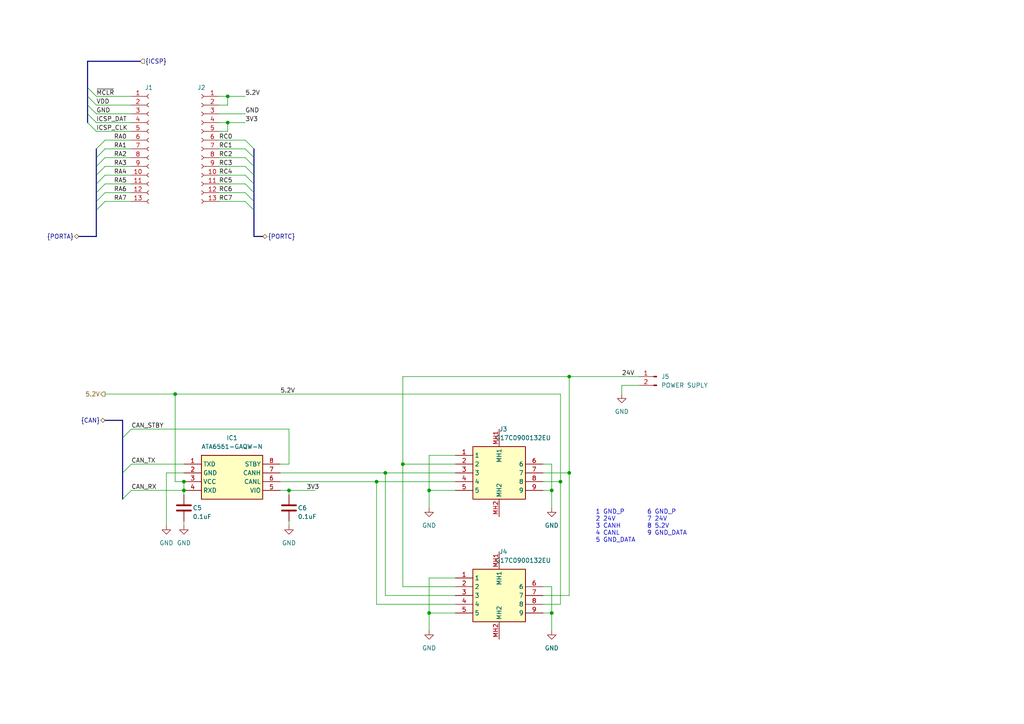
<source format=kicad_sch>
(kicad_sch (version 20230121) (generator eeschema)
  (paper "A4")
  (lib_symbols
    (symbol "ATA6561-GAQW-N:ATA6561-GAQW-N"
      (property "Reference" "IC" (at 24.13 7.62 0))
      (property "Value" "ATA6561-GAQW-N" (at 24.13 5.08 0))
      (symbol "ATA6561-GAQW-N_1_1"
        (rectangle (start 5.08 2.54) (end 22.86 -10.16) (stroke (width 0.254)) (fill (type background)))
        (pin passive line (at 0 0 0) (length 5.08) (name "TXD") (number "1"))
        (pin passive line (at 0 -2.54 0) (length 5.08) (name "GND") (number "2"))
        (pin passive line (at 0 -5.08 0) (length 5.08) (name "VCC") (number "3"))
        (pin passive line (at 0 -7.62 0) (length 5.08) (name "RXD") (number "4"))
        (pin passive line (at 27.94 -7.62 180) (length 5.08) (name "VIO") (number "5"))
        (pin passive line (at 27.94 -5.08 180) (length 5.08) (name "CANL") (number "6"))
        (pin passive line (at 27.94 -2.54 180) (length 5.08) (name "CANH") (number "7"))
        (pin passive line (at 27.94 0 180) (length 5.08) (name "STBY") (number "8"))
      )
    )
    (symbol "Connector:Conn_01x02_Pin" (pin_names (offset 1.016) hide)
      (property "Reference" "J" (at 0 2.54 0))
      (property "Value" "Conn_01x02_Pin" (at 0 -5.08 0))
      (symbol "Conn_01x02_Pin_1_1"
        (polyline (pts (xy 1.27 -2.54) (xy 0.8636 -2.54)) (stroke (width 0.1524)))
        (polyline (pts (xy 1.27 0) (xy 0.8636 0)) (stroke (width 0.1524)))
        (rectangle (start 0.8636 -2.413) (end 0 -2.667) (stroke (width 0.1524)) (fill (type outline)))
        (rectangle (start 0.8636 0.127) (end 0 -0.127) (stroke (width 0.1524)) (fill (type outline)))
        (pin passive line (at 5.08 0 180) (length 3.81) (name "Pin_1") (number "1"))
        (pin passive line (at 5.08 -2.54 180) (length 3.81) (name "Pin_2") (number "2"))
      )
    )
    (symbol "Connector:Conn_01x13_Socket" (pin_names (offset 1.016) hide)
      (property "Reference" "J" (at 0 17.78 0))
      (property "Value" "Conn_01x13_Socket" (at 0 -17.78 0))
      (symbol "Conn_01x13_Socket_1_1"
        (arc (start 0 -14.732) (mid -0.5058 -15.24) (end 0 -15.748) (stroke (width 0.1524)))
        (arc (start 0 -12.192) (mid -0.5058 -12.7) (end 0 -13.208) (stroke (width 0.1524)))
        (arc (start 0 -9.652) (mid -0.5058 -10.16) (end 0 -10.668) (stroke (width 0.1524)))
        (arc (start 0 -7.112) (mid -0.5058 -7.62) (end 0 -8.128) (stroke (width 0.1524)))
        (arc (start 0 -4.572) (mid -0.5058 -5.08) (end 0 -5.588) (stroke (width 0.1524)))
        (arc (start 0 -2.032) (mid -0.5058 -2.54) (end 0 -3.048) (stroke (width 0.1524)))
        (polyline (pts (xy -1.27 -15.24) (xy -0.508 -15.24)) (stroke (width 0.1524)))
        (polyline (pts (xy -1.27 -12.7) (xy -0.508 -12.7)) (stroke (width 0.1524)))
        (polyline (pts (xy -1.27 -10.16) (xy -0.508 -10.16)) (stroke (width 0.1524)))
        (polyline (pts (xy -1.27 -7.62) (xy -0.508 -7.62)) (stroke (width 0.1524)))
        (polyline (pts (xy -1.27 -5.08) (xy -0.508 -5.08)) (stroke (width 0.1524)))
        (polyline (pts (xy -1.27 -2.54) (xy -0.508 -2.54)) (stroke (width 0.1524)))
        (polyline (pts (xy -1.27 0) (xy -0.508 0)) (stroke (width 0.1524)))
        (polyline (pts (xy -1.27 2.54) (xy -0.508 2.54)) (stroke (width 0.1524)))
        (polyline (pts (xy -1.27 5.08) (xy -0.508 5.08)) (stroke (width 0.1524)))
        (polyline (pts (xy -1.27 7.62) (xy -0.508 7.62)) (stroke (width 0.1524)))
        (polyline (pts (xy -1.27 10.16) (xy -0.508 10.16)) (stroke (width 0.1524)))
        (polyline (pts (xy -1.27 12.7) (xy -0.508 12.7)) (stroke (width 0.1524)))
        (polyline (pts (xy -1.27 15.24) (xy -0.508 15.24)) (stroke (width 0.1524)))
        (arc (start 0 0.508) (mid -0.5058 0) (end 0 -0.508) (stroke (width 0.1524)))
        (arc (start 0 3.048) (mid -0.5058 2.54) (end 0 2.032) (stroke (width 0.1524)))
        (arc (start 0 5.588) (mid -0.5058 5.08) (end 0 4.572) (stroke (width 0.1524)))
        (arc (start 0 8.128) (mid -0.5058 7.62) (end 0 7.112) (stroke (width 0.1524)))
        (arc (start 0 10.668) (mid -0.5058 10.16) (end 0 9.652) (stroke (width 0.1524)))
        (arc (start 0 13.208) (mid -0.5058 12.7) (end 0 12.192) (stroke (width 0.1524)))
        (arc (start 0 15.748) (mid -0.5058 15.24) (end 0 14.732) (stroke (width 0.1524)))
        (pin passive line (at -5.08 15.24 0) (length 3.81) (name "Pin_1") (number "1"))
        (pin passive line (at -5.08 -7.62 0) (length 3.81) (name "Pin_10") (number "10"))
        (pin passive line (at -5.08 -10.16 0) (length 3.81) (name "Pin_11") (number "11"))
        (pin passive line (at -5.08 -12.7 0) (length 3.81) (name "Pin_12") (number "12"))
        (pin passive line (at -5.08 -15.24 0) (length 3.81) (name "Pin_13") (number "13"))
        (pin passive line (at -5.08 12.7 0) (length 3.81) (name "Pin_2") (number "2"))
        (pin passive line (at -5.08 10.16 0) (length 3.81) (name "Pin_3") (number "3"))
        (pin passive line (at -5.08 7.62 0) (length 3.81) (name "Pin_4") (number "4"))
        (pin passive line (at -5.08 5.08 0) (length 3.81) (name "Pin_5") (number "5"))
        (pin passive line (at -5.08 2.54 0) (length 3.81) (name "Pin_6") (number "6"))
        (pin passive line (at -5.08 0 0) (length 3.81) (name "Pin_7") (number "7"))
        (pin passive line (at -5.08 -2.54 0) (length 3.81) (name "Pin_8") (number "8"))
        (pin passive line (at -5.08 -5.08 0) (length 3.81) (name "Pin_9") (number "9"))
      )
    )
    (symbol "DSUB-G17C9001:G17C0900132EU"
      (property "Reference" "C" (at 21.59 12.7 0))
      (property "Value" "G17C0900132EU" (at 21.59 10.16 0))
      (symbol "G17C0900132EU_1_1"
        (rectangle (start 5.08 7.62) (end 20.32 -7.62) (stroke (width 0.254)) (fill (type background)))
        (pin passive line (at 17.78 12.7 270) (length 5.08) (name "1") (number "1"))
        (pin passive line (at 15.24 12.7 270) (length 5.08) (name "2") (number "2"))
        (pin passive line (at 12.7 12.7 270) (length 5.08) (name "3") (number "3"))
        (pin passive line (at 10.16 12.7 270) (length 5.08) (name "4") (number "4"))
        (pin passive line (at 7.62 12.7 270) (length 5.08) (name "5") (number "5"))
        (pin passive line (at 15.24 -12.7 90) (length 5.08) (name "6") (number "6"))
        (pin passive line (at 12.7 -12.7 90) (length 5.08) (name "7") (number "7"))
        (pin passive line (at 10.16 -12.7 90) (length 5.08) (name "8") (number "8"))
        (pin passive line (at 7.62 -12.7 90) (length 5.08) (name "9") (number "9"))
        (pin passive line (at 25.4 0 180) (length 5.08) (name "MH1") (number "MH1"))
        (pin passive line (at 0 0 0) (length 5.08) (name "MH2") (number "MH2"))
      )
    )
    (symbol "Device:C" (pin_numbers hide) (pin_names (offset 0.254))
      (property "Reference" "C" (at 0.635 2.54 0))
      (property "Value" "C" (at 0.635 -2.54 0))
      (symbol "C_0_1"
        (polyline (pts (xy -2.032 -0.762) (xy 2.032 -0.762)) (stroke (width 0.508)))
        (polyline (pts (xy -2.032 0.762) (xy 2.032 0.762)) (stroke (width 0.508)))
      )
      (symbol "C_1_1"
        (pin passive line (at 0 3.81 270) (length 2.794) (name "~") (number "1"))
        (pin passive line (at 0 -3.81 90) (length 2.794) (name "~") (number "2"))
      )
    )
    (symbol "power:GND" (power) (pin_names (offset 0))
      (property "Value" "GND" (at 0 -3.81 0))
      (symbol "GND_0_1"
        (polyline (pts (xy 0 0) (xy 0 -1.27) (xy 1.27 -1.27) (xy 0 -2.54) (xy -1.27 -1.27) (xy 0 -1.27)))
      )
      (symbol "GND_1_1"
        (pin power_in line (at 0 0 270) (length 0) hide (name "GND") (number "1"))
      )
    )
  )
  (bus_alias "I2C" (members "SDA" "SCL"))
  (bus_alias "JTAG" (members "MTMS" "MTCK" "MTDO" "MTDI" "3V3"))
  (junction (at 165.1 137.16))
  (junction (at 124.46 142.24))
  (junction (at 66.04 35.56))
  (junction (at 116.84 134.62))
  (junction (at 160.02 142.24))
  (junction (at 162.56 139.7))
  (junction (at 165.1 109.22))
  (junction (at 124.46 177.8))
  (junction (at 111.76 137.16))
  (junction (at 53.34 139.7))
  (junction (at 109.22 139.7))
  (junction (at 50.8 114.3))
  (junction (at 66.04 27.94))
  (junction (at 83.82 142.24))
  (junction (at 53.34 142.24))
  (junction (at 160.02 177.8))
  (bus_entry (at 25.4 30.48) (size 2.54 2.54))
  (bus_entry (at 71.12 40.64) (size 2.54 2.54))
  (bus_entry (at 25.4 25.4) (size 2.54 2.54))
  (bus_entry (at 71.12 58.42) (size 2.54 2.54))
  (bus_entry (at 71.12 45.72) (size 2.54 2.54))
  (bus_entry (at 30.48 53.34) (size -2.54 2.54))
  (bus_entry (at 25.4 35.56) (size 2.54 2.54))
  (bus_entry (at 35.56 144.78) (size 2.54 -2.54))
  (bus_entry (at 71.12 50.8) (size 2.54 2.54))
  (bus_entry (at 30.48 48.26) (size -2.54 2.54))
  (bus_entry (at 30.48 43.18) (size -2.54 2.54))
  (bus_entry (at 35.56 137.16) (size 2.54 -2.54))
  (bus_entry (at 30.48 45.72) (size -2.54 2.54))
  (bus_entry (at 71.12 43.18) (size 2.54 2.54))
  (bus_entry (at 38.1 124.46) (size -2.54 2.54))
  (bus_entry (at 30.48 58.42) (size -2.54 2.54))
  (bus_entry (at 71.12 53.34) (size 2.54 2.54))
  (bus_entry (at 30.48 40.64) (size -2.54 2.54))
  (bus_entry (at 30.48 55.88) (size -2.54 2.54))
  (bus_entry (at 25.4 33.02) (size 2.54 2.54))
  (bus_entry (at 71.12 55.88) (size 2.54 2.54))
  (bus_entry (at 71.12 48.26) (size 2.54 2.54))
  (bus_entry (at 30.48 50.8) (size -2.54 2.54))
  (bus_entry (at 25.4 27.94) (size 2.54 2.54))
  (wire (pts (xy 160.02 177.8) (xy 160.02 182.88)))
  (bus (pts (xy 25.4 25.4) (xy 25.4 17.78)))
  (wire (pts (xy 27.94 33.02) (xy 38.1 33.02)))
  (wire (pts (xy 66.04 38.1) (xy 66.04 35.56)))
  (wire (pts (xy 53.34 139.7) (xy 50.8 139.7)))
  (wire (pts (xy 109.22 175.26) (xy 132.08 175.26)))
  (wire (pts (xy 71.12 33.02) (xy 63.5 33.02)))
  (wire (pts (xy 30.48 40.64) (xy 38.1 40.64)))
  (wire (pts (xy 83.82 151.13) (xy 83.82 152.4)))
  (wire (pts (xy 30.48 48.26) (xy 38.1 48.26)))
  (wire (pts (xy 160.02 134.62) (xy 160.02 142.24)))
  (wire (pts (xy 27.94 38.1) (xy 38.1 38.1)))
  (bus (pts (xy 73.66 58.42) (xy 73.66 60.96)))
  (wire (pts (xy 180.34 111.76) (xy 185.42 111.76)))
  (wire (pts (xy 160.02 142.24) (xy 160.02 147.32)))
  (wire (pts (xy 53.34 142.24) (xy 53.34 143.51)))
  (wire (pts (xy 165.1 109.22) (xy 185.42 109.22)))
  (wire (pts (xy 124.46 142.24) (xy 124.46 147.32)))
  (bus (pts (xy 35.56 127) (xy 35.56 137.16)))
  (bus (pts (xy 73.66 50.8) (xy 73.66 53.34)))
  (bus (pts (xy 73.66 43.18) (xy 73.66 45.72)))
  (wire (pts (xy 63.5 48.26) (xy 71.12 48.26)))
  (wire (pts (xy 111.76 137.16) (xy 132.08 137.16)))
  (bus (pts (xy 27.94 45.72) (xy 27.94 48.26)))
  (wire (pts (xy 109.22 139.7) (xy 109.22 175.26)))
  (wire (pts (xy 30.48 58.42) (xy 38.1 58.42)))
  (wire (pts (xy 63.5 45.72) (xy 71.12 45.72)))
  (wire (pts (xy 157.48 139.7) (xy 162.56 139.7)))
  (bus (pts (xy 27.94 58.42) (xy 27.94 60.96)))
  (wire (pts (xy 30.48 53.34) (xy 38.1 53.34)))
  (bus (pts (xy 73.66 60.96) (xy 73.66 68.58)))
  (wire (pts (xy 30.48 55.88) (xy 38.1 55.88)))
  (bus (pts (xy 27.94 60.96) (xy 27.94 68.58)))
  (wire (pts (xy 124.46 132.08) (xy 124.46 142.24)))
  (wire (pts (xy 165.1 109.22) (xy 165.1 137.16)))
  (wire (pts (xy 27.94 30.48) (xy 38.1 30.48)))
  (wire (pts (xy 63.5 38.1) (xy 66.04 38.1)))
  (wire (pts (xy 48.26 137.16) (xy 48.26 152.4)))
  (wire (pts (xy 50.8 114.3) (xy 50.8 139.7)))
  (wire (pts (xy 124.46 177.8) (xy 124.46 182.88)))
  (wire (pts (xy 81.28 139.7) (xy 109.22 139.7)))
  (wire (pts (xy 30.48 43.18) (xy 38.1 43.18)))
  (wire (pts (xy 63.5 35.56) (xy 66.04 35.56)))
  (wire (pts (xy 124.46 177.8) (xy 132.08 177.8)))
  (wire (pts (xy 83.82 134.62) (xy 81.28 134.62)))
  (bus (pts (xy 27.94 48.26) (xy 27.94 50.8)))
  (wire (pts (xy 66.04 30.48) (xy 63.5 30.48)))
  (wire (pts (xy 30.48 45.72) (xy 38.1 45.72)))
  (wire (pts (xy 30.48 114.3) (xy 50.8 114.3)))
  (wire (pts (xy 157.48 177.8) (xy 160.02 177.8)))
  (wire (pts (xy 63.5 40.64) (xy 71.12 40.64)))
  (wire (pts (xy 38.1 134.62) (xy 53.34 134.62)))
  (wire (pts (xy 63.5 27.94) (xy 66.04 27.94)))
  (bus (pts (xy 30.48 121.92) (xy 35.56 121.92)))
  (bus (pts (xy 25.4 33.02) (xy 25.4 30.48)))
  (wire (pts (xy 116.84 134.62) (xy 116.84 170.18)))
  (wire (pts (xy 66.04 27.94) (xy 66.04 30.48)))
  (wire (pts (xy 50.8 114.3) (xy 162.56 114.3)))
  (bus (pts (xy 27.94 55.88) (xy 27.94 58.42)))
  (wire (pts (xy 116.84 109.22) (xy 116.84 134.62)))
  (bus (pts (xy 25.4 17.78) (xy 40.64 17.78)))
  (bus (pts (xy 27.94 50.8) (xy 27.94 53.34)))
  (wire (pts (xy 30.48 50.8) (xy 38.1 50.8)))
  (wire (pts (xy 53.34 139.7) (xy 53.34 142.24)))
  (wire (pts (xy 165.1 109.22) (xy 116.84 109.22)))
  (wire (pts (xy 180.34 114.3) (xy 180.34 111.76)))
  (wire (pts (xy 116.84 134.62) (xy 132.08 134.62)))
  (wire (pts (xy 157.48 170.18) (xy 160.02 170.18)))
  (wire (pts (xy 162.56 139.7) (xy 162.56 175.26)))
  (wire (pts (xy 63.5 58.42) (xy 71.12 58.42)))
  (wire (pts (xy 81.28 137.16) (xy 111.76 137.16)))
  (wire (pts (xy 83.82 142.24) (xy 91.44 142.24)))
  (bus (pts (xy 27.94 53.34) (xy 27.94 55.88)))
  (bus (pts (xy 25.4 35.56) (xy 25.4 33.02)))
  (bus (pts (xy 73.66 45.72) (xy 73.66 48.26)))
  (wire (pts (xy 27.94 27.94) (xy 38.1 27.94)))
  (wire (pts (xy 81.28 142.24) (xy 83.82 142.24)))
  (wire (pts (xy 63.5 43.18) (xy 71.12 43.18)))
  (wire (pts (xy 124.46 142.24) (xy 132.08 142.24)))
  (wire (pts (xy 165.1 137.16) (xy 165.1 172.72)))
  (wire (pts (xy 53.34 137.16) (xy 48.26 137.16)))
  (bus (pts (xy 27.94 43.18) (xy 27.94 45.72)))
  (wire (pts (xy 63.5 50.8) (xy 71.12 50.8)))
  (wire (pts (xy 157.48 137.16) (xy 165.1 137.16)))
  (bus (pts (xy 73.66 55.88) (xy 73.66 58.42)))
  (wire (pts (xy 66.04 35.56) (xy 71.12 35.56)))
  (bus (pts (xy 35.56 121.92) (xy 35.56 127)))
  (wire (pts (xy 162.56 139.7) (xy 162.56 114.3)))
  (wire (pts (xy 53.34 151.13) (xy 53.34 152.4)))
  (wire (pts (xy 160.02 170.18) (xy 160.02 177.8)))
  (wire (pts (xy 116.84 170.18) (xy 132.08 170.18)))
  (wire (pts (xy 124.46 167.64) (xy 132.08 167.64)))
  (bus (pts (xy 73.66 68.58) (xy 76.2 68.58)))
  (wire (pts (xy 66.04 27.94) (xy 71.12 27.94)))
  (wire (pts (xy 83.82 142.24) (xy 83.82 143.51)))
  (wire (pts (xy 63.5 53.34) (xy 71.12 53.34)))
  (wire (pts (xy 157.48 172.72) (xy 165.1 172.72)))
  (wire (pts (xy 157.48 134.62) (xy 160.02 134.62)))
  (bus (pts (xy 35.56 137.16) (xy 35.56 144.78)))
  (wire (pts (xy 157.48 175.26) (xy 162.56 175.26)))
  (wire (pts (xy 38.1 142.24) (xy 53.34 142.24)))
  (wire (pts (xy 124.46 167.64) (xy 124.46 177.8)))
  (wire (pts (xy 157.48 142.24) (xy 160.02 142.24)))
  (bus (pts (xy 25.4 30.48) (xy 25.4 27.94)))
  (wire (pts (xy 124.46 132.08) (xy 132.08 132.08)))
  (wire (pts (xy 111.76 172.72) (xy 132.08 172.72)))
  (wire (pts (xy 63.5 55.88) (xy 71.12 55.88)))
  (bus (pts (xy 25.4 27.94) (xy 25.4 25.4)))
  (wire (pts (xy 38.1 124.46) (xy 83.82 124.46)))
  (wire (pts (xy 109.22 139.7) (xy 132.08 139.7)))
  (wire (pts (xy 111.76 137.16) (xy 111.76 172.72)))
  (wire (pts (xy 27.94 35.56) (xy 38.1 35.56)))
  (bus (pts (xy 73.66 53.34) (xy 73.66 55.88)))
  (bus (pts (xy 22.86 68.58) (xy 27.94 68.58)))
  (bus (pts (xy 73.66 48.26) (xy 73.66 50.8)))
  (wire (pts (xy 83.82 124.46) (xy 83.82 134.62)))
  (text "1 GND_P		6 GND_P\n2 24V		7 24V\n3 CANH		8 5.2V\n4 CANL		9 GND_DATA\n5 GND_DATA\n" (at 172.72 157.48 0) (effects (font (size 1.27 1.27)) (justify left bottom)))
  (label "GND" (at 71.12 33.02 0))
  (label "RC3" (at 63.5 48.26 0))
  (label "5.2V" (at 81.28 114.3 0))
  (label "VDD" (at 27.94 30.48 0))
  (label "RC0" (at 63.5 40.64 0))
  (label "5.2V" (at 71.12 27.94 0))
  (label "RA0" (at 33.02 40.64 0))
  (label "24V" (at 180.34 109.22 0))
  (label "RA6" (at 33.02 55.88 0))
  (label "CAN_RX" (at 38.1 142.24 0))
  (label "RA7" (at 33.02 58.42 0))
  (label "RC7" (at 63.5 58.42 0))
  (label "ICSP_DAT" (at 27.94 35.56 0))
  (label "RC5" (at 63.5 53.34 0))
  (label "GND" (at 27.94 33.02 0))
  (label "~{MCLR}" (at 27.94 27.94 0))
  (label "RA2" (at 33.02 45.72 0))
  (label "RC1" (at 63.5 43.18 0))
  (label "RC4" (at 63.5 50.8 0))
  (label "3V3" (at 88.9 142.24 0))
  (label "RA4" (at 33.02 50.8 0))
  (label "RA3" (at 33.02 48.26 0))
  (label "CAN_TX" (at 38.1 134.62 0))
  (label "RC6" (at 63.5 55.88 0))
  (label "3V3" (at 71.12 35.56 0))
  (label "RC2" (at 63.5 45.72 0))
  (label "ICSP_CLK" (at 27.94 38.1 0))
  (label "RA5" (at 33.02 53.34 0))
  (label "CAN_STBY" (at 38.1 124.46 0))
  (label "RA1" (at 33.02 43.18 0))
  (hierarchical_label "5.2V" (shape output) (at 30.48 114.3 180))
  (hierarchical_label "{CAN}" (shape bidirectional) (at 30.48 121.92 180))
  (hierarchical_label "{PORTA}" (shape bidirectional) (at 22.86 68.58 180))
  (hierarchical_label "{ICSP}" (shape input) (at 40.64 17.78 0))
  (hierarchical_label "{PORTC}" (shape bidirectional) (at 76.2 68.58 0))
  (symbol (lib_id "Device:C") (at 53.34 147.32 0) (unit 1)
    (property "Reference" "C5" (at 55.88 147.32 0) (effects (justify left)))
    (property "Value" "0.1uF" (at 55.88 149.86 0) (effects (justify left)))
    (property "Footprint" "Capacitor_SMD:C_1206_3216Metric_Pad1.33x1.80mm_HandSolder" (effects hide))
  )
  (symbol (lib_id "Device:C") (at 83.82 147.32 0) (unit 1)
    (property "Reference" "C6" (at 86.36 147.32 0) (effects (justify left)))
    (property "Value" "0.1uF" (at 86.36 149.86 0) (effects (justify left)))
    (property "Footprint" "Capacitor_SMD:C_1206_3216Metric_Pad1.33x1.80mm_HandSolder" (effects hide))
  )
  (symbol (lib_id "power:GND") (at 48.26 152.4 0) (unit 1)
    (property "Reference" "#PWR07" (effects hide))
    (property "Value" "GND" (at 48.26 157.48 0))
  )
  (symbol (lib_id "power:GND") (at 124.46 182.88 0) (unit 1)
    (property "Reference" "#PWR011" (effects hide))
    (property "Value" "GND" (at 124.46 187.96 0))
  )
  (symbol (lib_id "DSUB-G17C9001:G17C0900132EU") (at 144.78 185.42 90) (unit 1)
    (property "Reference" "J4" (at 144.78 160.02 90) (effects (justify right)))
    (property "Value" "G17C0900132EU" (at 143.6939 162.56 90) (effects (justify right)))
    (property "Footprint" "DSUB-G17C09001:G17C0900132EU" (effects hide))
    (property "Datasheet" "https://4donline.ihs.com/images/VipMasterIC/IC/AMPH/AMPHS14020/AMPHS14020-1.pdf?hkey=EF798316E3902B6ED9A73243A3159BB0" (effects hide))
    (property "Height" "12.93" (effects hide))
    (property "Mouser Part Number" "523-G17C0900132EU" (effects hide))
    (property "Mouser Price/Stock" "https://www.mouser.co.uk/ProductDetail/Amphenol-Commercial-Products/G17C0900132EU?qs=JZ%252BiKJYxjZWsw7teGjwdZQ%3D%3D" (effects hide))
    (property "Manufacturer_Name" "Amphenol" (effects hide))
    (property "Manufacturer_Part_Number" "G17C0900132EU" (effects hide))
  )
  (symbol (lib_id "power:GND") (at 160.02 147.32 0) (unit 1)
    (property "Reference" "#PWR012" (effects hide))
    (property "Value" "GND" (at 160.02 152.4 0))
  )
  (symbol (lib_id "Connector:Conn_01x02_Pin") (at 190.5 109.22 0) (mirror y) (unit 1)
    (property "Reference" "J5" (at 191.77 109.22 0) (effects (justify right)))
    (property "Value" "POWER SUPLY" (at 191.77 111.76 0) (effects (justify right)))
    (property "Footprint" "TerminalBlock:TerminalBlock_Altech_AK300-2_P5.00mm" (effects hide))
  )
  (symbol (lib_id "Connector:Conn_01x13_Socket") (at 58.42 43.18 0) (mirror y) (unit 1)
    (property "Reference" "J2" (at 58.42 25.4 0))
    (property "Value" "Conn_01x13_Socket" (effects hide))
    (property "Footprint" "Connector_PinSocket_2.54mm:PinSocket_1x13_P2.54mm_Vertical" (effects hide))
  )
  (symbol (lib_id "DSUB-G17C9001:G17C0900132EU") (at 144.78 149.86 90) (unit 1)
    (property "Reference" "J3" (at 144.78 124.46 90) (effects (justify right)))
    (property "Value" "G17C0900132EU" (at 143.6939 127 90) (effects (justify right)))
    (property "Footprint" "DSUB-G17C09001:G17C0900132EU" (effects hide))
    (property "Datasheet" "https://4donline.ihs.com/images/VipMasterIC/IC/AMPH/AMPHS14020/AMPHS14020-1.pdf?hkey=EF798316E3902B6ED9A73243A3159BB0" (effects hide))
    (property "Height" "12.93" (effects hide))
    (property "Mouser Part Number" "523-G17C0900132EU" (effects hide))
    (property "Mouser Price/Stock" "https://www.mouser.co.uk/ProductDetail/Amphenol-Commercial-Products/G17C0900132EU?qs=JZ%252BiKJYxjZWsw7teGjwdZQ%3D%3D" (effects hide))
    (property "Manufacturer_Name" "Amphenol" (effects hide))
    (property "Manufacturer_Part_Number" "G17C0900132EU" (effects hide))
  )
  (symbol (lib_id "power:GND") (at 83.82 152.4 0) (unit 1)
    (property "Reference" "#PWR09" (effects hide))
    (property "Value" "GND" (at 83.82 157.48 0))
  )
  (symbol (lib_id "Connector:Conn_01x13_Socket") (at 43.18 43.18 0) (unit 1)
    (property "Reference" "J1" (at 43.18 25.4 0))
    (property "Value" "Conn_01x13_Socket" (effects hide))
    (property "Footprint" "Connector_PinSocket_2.54mm:PinSocket_1x13_P2.54mm_Vertical" (effects hide))
  )
  (symbol (lib_id "power:GND") (at 53.34 152.4 0) (unit 1)
    (property "Reference" "#PWR08" (effects hide))
    (property "Value" "GND" (at 53.34 157.48 0))
  )
  (symbol (lib_id "power:GND") (at 180.34 114.3 0) (unit 1)
    (property "Reference" "#PWR014" (effects hide))
    (property "Value" "GND" (at 180.34 119.38 0))
  )
  (symbol (lib_id "power:GND") (at 124.46 147.32 0) (unit 1)
    (property "Reference" "#PWR010" (effects hide))
    (property "Value" "GND" (at 124.46 152.4 0))
  )
  (symbol (lib_id "ATA6561-GAQW-N:ATA6561-GAQW-N") (at 53.34 134.62 0) (unit 1)
    (property "Reference" "IC1" (at 67.31 127 0))
    (property "Value" "ATA6561-GAQW-N" (at 67.31 129.54 0))
    (property "Footprint" "ATA6561-GAQW-N:SOIC127P600X175-8N" (effects hide))
    (property "Datasheet" "http://ww1.microchip.com/downloads/en/DeviceDoc/ATA6560-ATA6561-High-Speed-CAN-Transceiver-DS20005991A.pdf" (effects hide))
    (property "Height" "1.75" (effects hide))
    (property "Mouser Part Number" "579-ATA6561-GAQW-N" (effects hide))
    (property "Mouser Price/Stock" "https://www.mouser.co.uk/ProductDetail/Microchip-Technology/ATA6561-GAQW-N?qs=y6ZabgHbY%252BwGbm2JCZMHKQ%3D%3D" (effects hide))
    (property "Manufacturer_Name" "Microchip" (effects hide))
    (property "Manufacturer_Part_Number" "ATA6561-GAQW-N" (effects hide))
  )
  (symbol (lib_id "power:GND") (at 160.02 182.88 0) (unit 1)
    (property "Reference" "#PWR013" (effects hide))
    (property "Value" "GND" (at 160.02 187.96 0))
  )
)
</source>
